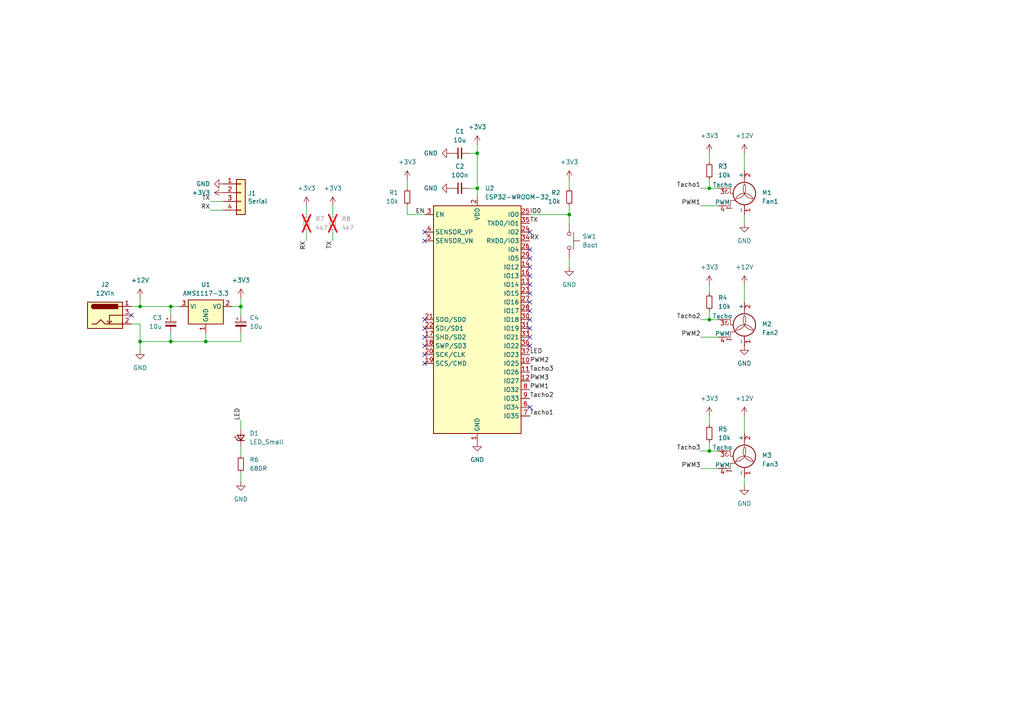
<source format=kicad_sch>
(kicad_sch (version 20231120) (generator "eeschema") (generator_version "8.0")
  (paper "A4")
  (title_block (title "ESPFanController") (date "${DATE}") (rev "${VERSION}") (company "Qetesh"))
  (lib_symbols
    (symbol "Connector:Barrel_Jack_Switch" (pin_names hide)
      (property "Reference" "J" (at 0 5.334 0))
      (property "Value" "Barrel_Jack_Switch" (at 0 -5.08 0))
      (symbol "Barrel_Jack_Switch_0_1"
        (rectangle (start -5.08 3.81) (end 5.08 -3.81) (stroke (width 0.254)) (fill (type background)))
        (arc (start -3.302 3.175) (mid -3.9343 2.54) (end -3.302 1.905) (stroke (width 0.254)))
        (arc (start -3.302 3.175) (mid -3.9343 2.54) (end -3.302 1.905) (stroke (width 0.254)) (fill (type outline)))
        (polyline (pts (xy 1.27 -2.286) (xy 1.905 -1.651)) (stroke (width 0.254)))
        (polyline (pts (xy 5.08 2.54) (xy 3.81 2.54)) (stroke (width 0.254)))
        (polyline (pts (xy 5.08 0) (xy 1.27 0) (xy 1.27 -2.286) (xy 0.635 -1.651)) (stroke (width 0.254)))
        (polyline (pts (xy -3.81 -2.54) (xy -2.54 -2.54) (xy -1.27 -1.27) (xy 0 -2.54) (xy 2.54 -2.54) (xy 5.08 -2.54)) (stroke (width 0.254)))
        (rectangle (start 3.683 3.175) (end -3.302 1.905) (stroke (width 0.254)) (fill (type outline)))
      )
      (symbol "Barrel_Jack_Switch_1_1"
        (pin passive line (at 7.62 2.54 180) (length 2.54) (name "~") (number "1"))
        (pin passive line (at 7.62 -2.54 180) (length 2.54) (name "~") (number "2"))
        (pin passive line (at 7.62 0 180) (length 2.54) (name "~") (number "3"))
      )
    )
    (symbol "Connector_Generic:Conn_01x04" (pin_names (offset 1.016) hide)
      (property "Reference" "J" (at 0 5.08 0))
      (property "Value" "Conn_01x04" (at 0 -7.62 0))
      (symbol "Conn_01x04_1_1"
        (rectangle (start -1.27 -4.953) (end 0 -5.207) (stroke (width 0.1524)))
        (rectangle (start -1.27 -2.413) (end 0 -2.667) (stroke (width 0.1524)))
        (rectangle (start -1.27 0.127) (end 0 -0.127) (stroke (width 0.1524)))
        (rectangle (start -1.27 2.667) (end 0 2.413) (stroke (width 0.1524)))
        (rectangle (start -1.27 3.81) (end 1.27 -6.35) (stroke (width 0.254)) (fill (type background)))
        (pin passive line (at -5.08 2.54 0) (length 3.81) (name "Pin_1") (number "1"))
        (pin passive line (at -5.08 0 0) (length 3.81) (name "Pin_2") (number "2"))
        (pin passive line (at -5.08 -2.54 0) (length 3.81) (name "Pin_3") (number "3"))
        (pin passive line (at -5.08 -5.08 0) (length 3.81) (name "Pin_4") (number "4"))
      )
    )
    (symbol "Device:C_Polarized_Small" (pin_numbers hide) (pin_names (offset 0.254) hide)
      (property "Reference" "C" (at 0.254 1.778 0))
      (property "Value" "C_Polarized_Small" (at 0.254 -2.032 0))
      (symbol "C_Polarized_Small_0_1"
        (rectangle (start -1.524 -0.3048) (end 1.524 -0.6858) (fill (type outline)))
        (rectangle (start -1.524 0.6858) (end 1.524 0.3048))
        (polyline (pts (xy -1.27 1.524) (xy -0.762 1.524)))
        (polyline (pts (xy -1.016 1.27) (xy -1.016 1.778)))
      )
      (symbol "C_Polarized_Small_1_1"
        (pin passive line (at 0 2.54 270) (length 1.8542) (name "~") (number "1"))
        (pin passive line (at 0 -2.54 90) (length 1.8542) (name "~") (number "2"))
      )
    )
    (symbol "Device:C_Small" (pin_numbers hide) (pin_names (offset 0.254) hide)
      (property "Reference" "C" (at 0.254 1.778 0))
      (property "Value" "C_Small" (at 0.254 -2.032 0))
      (symbol "C_Small_0_1"
        (polyline (pts (xy -1.524 -0.508) (xy 1.524 -0.508)) (stroke (width 0.3302)))
        (polyline (pts (xy -1.524 0.508) (xy 1.524 0.508)) (stroke (width 0.3048)))
      )
      (symbol "C_Small_1_1"
        (pin passive line (at 0 2.54 270) (length 2.032) (name "~") (number "1"))
        (pin passive line (at 0 -2.54 90) (length 2.032) (name "~") (number "2"))
      )
    )
    (symbol "Device:LED_Small" (pin_numbers hide) (pin_names (offset 0.254) hide)
      (property "Reference" "D" (at -1.27 3.175 0))
      (property "Value" "LED_Small" (at -4.445 -2.54 0))
      (symbol "LED_Small_0_1"
        (polyline (pts (xy -0.762 -1.016) (xy -0.762 1.016)) (stroke (width 0.254)))
        (polyline (pts (xy 1.016 0) (xy -0.762 0)))
        (polyline (pts (xy 0.762 -1.016) (xy -0.762 0) (xy 0.762 1.016) (xy 0.762 -1.016)) (stroke (width 0.254)))
        (polyline (pts (xy 0 0.762) (xy -0.508 1.27) (xy -0.254 1.27) (xy -0.508 1.27) (xy -0.508 1.016)))
        (polyline (pts (xy 0.508 1.27) (xy 0 1.778) (xy 0.254 1.778) (xy 0 1.778) (xy 0 1.524)))
      )
      (symbol "LED_Small_1_1"
        (pin passive line (at -2.54 0 0) (length 1.778) (name "K") (number "1"))
        (pin passive line (at 2.54 0 180) (length 1.778) (name "A") (number "2"))
      )
    )
    (symbol "Device:R_Small" (pin_numbers hide) (pin_names (offset 0.254) hide)
      (property "Reference" "R" (at 0.762 0.508 0))
      (property "Value" "R_Small" (at 0.762 -1.016 0))
      (symbol "R_Small_0_1"
        (rectangle (start -0.762 1.778) (end 0.762 -1.778) (stroke (width 0.2032)))
      )
      (symbol "R_Small_1_1"
        (pin passive line (at 0 2.54 270) (length 0.762) (name "~") (number "1"))
        (pin passive line (at 0 -2.54 90) (length 0.762) (name "~") (number "2"))
      )
    )
    (symbol "Motor:Fan_4pin" (pin_names (offset 0))
      (property "Reference" "M" (at 2.54 5.08 0))
      (property "Value" "Fan_4pin" (at 2.54 -2.54 0))
      (symbol "Fan_4pin_0_0"
        (arc (start -5.588 1.524) (mid -5.08 1.0182) (end -4.572 1.524))
        (arc (start -5.08 2.032) (mid -5.4392 1.8832) (end -5.588 1.524))
        (polyline (pts (xy -5.08 2.032) (xy -5.334 2.159)))
        (polyline (pts (xy -5.08 2.032) (xy -5.207 1.778)))
        (polyline (pts (xy -4.064 2.54) (xy -4.064 1.016) (xy -3.302 1.016)))
      )
      (symbol "Fan_4pin_0_1"
        (arc (start -2.54 -0.508) (mid 0.0028 0.9121) (end 0 3.81))
        (polyline (pts (xy -4.064 2.54) (xy -5.08 2.54)))
        (polyline (pts (xy 0 -5.08) (xy 0 -4.572)))
        (polyline (pts (xy 0 -2.2352) (xy 0 -2.6416)))
        (polyline (pts (xy 0 4.2672) (xy 0 4.6228)))
        (polyline (pts (xy 0 4.572) (xy 0 5.08)))
        (polyline (pts (xy -2.54 -1.016) (xy -4.064 -1.016) (xy -4.064 -2.54) (xy -5.08 -2.54)))
        (polyline (pts (xy -5.334 -3.302) (xy -5.08 -3.302) (xy -5.08 -3.048) (xy -4.826 -3.048) (xy -4.826 -3.302) (xy -4.318 -3.302) (xy -4.318 -3.048) (xy -4.064 -3.048) (xy -4.064 -3.302) (xy -3.556 -3.302)))
        (circle (center 0 1.016) (radius 3.2512) (stroke (width 0.254)))
        (arc (start 0 3.81) (mid 0.053 0.921) (end 2.54 -0.508))
        (arc (start 2.54 -0.508) (mid 0 1.0618) (end -2.54 -0.508))
      )
      (symbol "Fan_4pin_1_1"
        (pin passive line (at 0 -5.08 90) (length 2.54) (name "-") (number "1"))
        (pin passive line (at 0 7.62 270) (length 2.54) (name "+") (number "2"))
        (pin passive line (at -7.62 2.54 0) (length 2.54) (name "Tacho") (number "3"))
        (pin input line (at -7.62 -2.54 0) (length 2.54) (name "PWM") (number "4"))
      )
    )
    (symbol "RF_Module:ESP32-WROOM-32"
      (property "Reference" "U" (at -12.7 34.29 0))
      (property "Value" "ESP32-WROOM-32" (at 1.27 34.29 0))
      (symbol "ESP32-WROOM-32_0_1"
        (rectangle (start -12.7 33.02) (end 12.7 -33.02) (stroke (width 0.254)) (fill (type background)))
      )
      (symbol "ESP32-WROOM-32_1_1"
        (pin power_in line (at 0 -35.56 90) (length 2.54) (name "GND") (number "1"))
        (pin bidirectional line (at 15.24 -12.7 180) (length 2.54) (name "IO25") (number "10"))
        (pin bidirectional line (at 15.24 -15.24 180) (length 2.54) (name "IO26") (number "11"))
        (pin bidirectional line (at 15.24 -17.78 180) (length 2.54) (name "IO27") (number "12"))
        (pin bidirectional line (at 15.24 10.16 180) (length 2.54) (name "IO14") (number "13"))
        (pin bidirectional line (at 15.24 15.24 180) (length 2.54) (name "IO12") (number "14"))
        (pin passive line (at 0 -35.56 90) (length 2.54) hide (name "GND") (number "15"))
        (pin bidirectional line (at 15.24 12.7 180) (length 2.54) (name "IO13") (number "16"))
        (pin bidirectional line (at -15.24 -5.08 0) (length 2.54) (name "SHD/SD2") (number "17"))
        (pin bidirectional line (at -15.24 -7.62 0) (length 2.54) (name "SWP/SD3") (number "18"))
        (pin bidirectional line (at -15.24 -12.7 0) (length 2.54) (name "SCS/CMD") (number "19"))
        (pin power_in line (at 0 35.56 270) (length 2.54) (name "VDD") (number "2"))
        (pin bidirectional line (at -15.24 -10.16 0) (length 2.54) (name "SCK/CLK") (number "20"))
        (pin bidirectional line (at -15.24 0 0) (length 2.54) (name "SDO/SD0") (number "21"))
        (pin bidirectional line (at -15.24 -2.54 0) (length 2.54) (name "SDI/SD1") (number "22"))
        (pin bidirectional line (at 15.24 7.62 180) (length 2.54) (name "IO15") (number "23"))
        (pin bidirectional line (at 15.24 25.4 180) (length 2.54) (name "IO2") (number "24"))
        (pin bidirectional line (at 15.24 30.48 180) (length 2.54) (name "IO0") (number "25"))
        (pin bidirectional line (at 15.24 20.32 180) (length 2.54) (name "IO4") (number "26"))
        (pin bidirectional line (at 15.24 5.08 180) (length 2.54) (name "IO16") (number "27"))
        (pin bidirectional line (at 15.24 2.54 180) (length 2.54) (name "IO17") (number "28"))
        (pin bidirectional line (at 15.24 17.78 180) (length 2.54) (name "IO5") (number "29"))
        (pin input line (at -15.24 30.48 0) (length 2.54) (name "EN") (number "3"))
        (pin bidirectional line (at 15.24 0 180) (length 2.54) (name "IO18") (number "30"))
        (pin bidirectional line (at 15.24 -2.54 180) (length 2.54) (name "IO19") (number "31"))
        (pin no_connect line (at -12.7 -27.94 0) (length 2.54) hide (name "NC") (number "32"))
        (pin bidirectional line (at 15.24 -5.08 180) (length 2.54) (name "IO21") (number "33"))
        (pin bidirectional line (at 15.24 22.86 180) (length 2.54) (name "RXD0/IO3") (number "34"))
        (pin bidirectional line (at 15.24 27.94 180) (length 2.54) (name "TXD0/IO1") (number "35"))
        (pin bidirectional line (at 15.24 -7.62 180) (length 2.54) (name "IO22") (number "36"))
        (pin bidirectional line (at 15.24 -10.16 180) (length 2.54) (name "IO23") (number "37"))
        (pin passive line (at 0 -35.56 90) (length 2.54) hide (name "GND") (number "38"))
        (pin passive line (at 0 -35.56 90) (length 2.54) hide (name "GND") (number "39"))
        (pin input line (at -15.24 25.4 0) (length 2.54) (name "SENSOR_VP") (number "4"))
        (pin input line (at -15.24 22.86 0) (length 2.54) (name "SENSOR_VN") (number "5"))
        (pin input line (at 15.24 -25.4 180) (length 2.54) (name "IO34") (number "6"))
        (pin input line (at 15.24 -27.94 180) (length 2.54) (name "IO35") (number "7"))
        (pin bidirectional line (at 15.24 -20.32 180) (length 2.54) (name "IO32") (number "8"))
        (pin bidirectional line (at 15.24 -22.86 180) (length 2.54) (name "IO33") (number "9"))
      )
    )
    (symbol "Regulator_Linear:AMS1117-3.3"
      (property "Reference" "U" (at -3.81 3.175 0))
      (property "Value" "AMS1117-3.3" (at 0 3.175 0))
      (symbol "AMS1117-3.3_0_1"
        (rectangle (start -5.08 -5.08) (end 5.08 1.905) (stroke (width 0.254)) (fill (type background)))
      )
      (symbol "AMS1117-3.3_1_1"
        (pin power_in line (at 0 -7.62 90) (length 2.54) (name "GND") (number "1"))
        (pin power_out line (at 7.62 0 180) (length 2.54) (name "VO") (number "2"))
        (pin power_in line (at -7.62 0 0) (length 2.54) (name "VI") (number "3"))
      )
    )
    (symbol "Switch:SW_Push" (pin_numbers hide) (pin_names (offset 1.016) hide)
      (property "Reference" "SW" (at 1.27 2.54 0))
      (property "Value" "SW_Push" (at 0 -1.524 0))
      (symbol "SW_Push_0_1"
        (circle (center -2.032 0) (radius 0.508))
        (polyline (pts (xy 0 1.27) (xy 0 3.048)))
        (polyline (pts (xy 2.54 1.27) (xy -2.54 1.27)))
        (circle (center 2.032 0) (radius 0.508))
        (pin passive line (at -5.08 0 0) (length 2.54) (name "1") (number "1"))
        (pin passive line (at 5.08 0 180) (length 2.54) (name "2") (number "2"))
      )
    )
    (symbol "power:+12V" (power) (pin_numbers hide) (pin_names (offset 0) hide)
      (property "Value" "+12V" (at 0 3.556 0))
      (symbol "+12V_0_1"
        (polyline (pts (xy -0.762 1.27) (xy 0 2.54)))
        (polyline (pts (xy 0 0) (xy 0 2.54)))
        (polyline (pts (xy 0 2.54) (xy 0.762 1.27)))
      )
      (symbol "+12V_1_1"
        (pin power_in line (at 0 0 90) (length 0) (name "~") (number "1"))
      )
    )
    (symbol "power:+3V3" (power) (pin_numbers hide) (pin_names (offset 0) hide)
      (property "Value" "+3V3" (at 0 3.556 0))
      (symbol "+3V3_0_1"
        (polyline (pts (xy -0.762 1.27) (xy 0 2.54)))
        (polyline (pts (xy 0 0) (xy 0 2.54)))
        (polyline (pts (xy 0 2.54) (xy 0.762 1.27)))
      )
      (symbol "+3V3_1_1"
        (pin power_in line (at 0 0 90) (length 0) (name "~") (number "1"))
      )
    )
    (symbol "power:GND" (power) (pin_numbers hide) (pin_names (offset 0) hide)
      (property "Value" "GND" (at 0 -3.81 0))
      (symbol "GND_0_1"
        (polyline (pts (xy 0 0) (xy 0 -1.27) (xy 1.27 -1.27) (xy 0 -2.54) (xy -1.27 -1.27) (xy 0 -1.27)))
      )
      (symbol "GND_1_1"
        (pin power_in line (at 0 0 270) (length 0) (name "~") (number "1"))
      )
    )
    (symbol "power:PWR_FLAG" (power) (pin_numbers hide) (pin_names (offset 0) hide)
      (property "Value" "PWR_FLAG" (at 0 3.81 0))
      (symbol "PWR_FLAG_0_0"
        (pin power_out line (at 0 0 90) (length 0) (name "~") (number "1"))
      )
      (symbol "PWR_FLAG_0_1"
        (polyline (pts (xy 0 0) (xy 0 1.27) (xy -1.016 1.905) (xy 0 2.54) (xy 1.016 1.905) (xy 0 1.27)))
      )
    )
  )
  (junction (at 49.53 88.9))
  (junction (at 205.74 54.61))
  (junction (at 165.1 62.23))
  (junction (at 138.43 54.61))
  (junction (at 49.53 99.06))
  (junction (at 205.74 92.71))
  (junction (at 138.43 44.45))
  (junction (at 40.64 88.9))
  (junction (at 205.74 130.81))
  (junction (at 59.69 99.06))
  (junction (at 40.64 99.06))
  (junction (at 69.85 88.9))
  (no_connect (at 123.19 95.25))
  (no_connect (at 153.67 67.31))
  (no_connect (at 153.67 118.11))
  (no_connect (at 153.67 77.47))
  (no_connect (at 153.67 85.09))
  (no_connect (at 153.67 97.79))
  (no_connect (at 123.19 69.85))
  (no_connect (at 153.67 90.17))
  (no_connect (at 153.67 72.39))
  (no_connect (at 123.19 92.71))
  (no_connect (at 123.19 67.31))
  (no_connect (at 153.67 92.71))
  (no_connect (at 153.67 82.55))
  (no_connect (at 153.67 87.63))
  (no_connect (at 153.67 80.01))
  (no_connect (at 153.67 95.25))
  (no_connect (at 123.19 100.33))
  (no_connect (at 123.19 105.41))
  (no_connect (at 123.19 102.87))
  (no_connect (at 153.67 74.93))
  (no_connect (at 153.67 100.33))
  (no_connect (at 123.19 97.79))
  (no_connect (at 38.1 91.44))
  (wire (pts (xy 60.96 58.42) (xy 64.77 58.42)))
  (wire (pts (xy 215.9 120.65) (xy 215.9 125.73)))
  (wire (pts (xy 88.9 67.31) (xy 88.9 69.85)))
  (wire (pts (xy 203.2 92.71) (xy 205.74 92.71)))
  (wire (pts (xy 96.52 67.31) (xy 96.52 69.85)))
  (wire (pts (xy 88.9 59.69) (xy 88.9 62.23)))
  (wire (pts (xy 60.96 60.96) (xy 64.77 60.96)))
  (wire (pts (xy 69.85 88.9) (xy 67.31 88.9)))
  (wire (pts (xy 205.74 90.17) (xy 205.74 92.71)))
  (wire (pts (xy 205.74 44.45) (xy 205.74 46.99)))
  (wire (pts (xy 165.1 59.69) (xy 165.1 62.23)))
  (wire (pts (xy 38.1 88.9) (xy 40.64 88.9)))
  (wire (pts (xy 205.74 130.81) (xy 208.28 130.81)))
  (wire (pts (xy 203.2 97.79) (xy 208.28 97.79)))
  (wire (pts (xy 40.64 99.06) (xy 40.64 93.98)))
  (wire (pts (xy 59.69 99.06) (xy 49.53 99.06)))
  (wire (pts (xy 40.64 86.36) (xy 40.64 88.9)))
  (wire (pts (xy 215.9 82.55) (xy 215.9 87.63)))
  (wire (pts (xy 205.74 123.19) (xy 205.74 120.65)))
  (wire (pts (xy 215.9 44.45) (xy 215.9 49.53)))
  (wire (pts (xy 118.11 59.69) (xy 118.11 62.23)))
  (wire (pts (xy 49.53 88.9) (xy 49.53 91.44)))
  (wire (pts (xy 215.9 64.77) (xy 215.9 62.23)))
  (wire (pts (xy 165.1 62.23) (xy 153.67 62.23)))
  (wire (pts (xy 205.74 128.27) (xy 205.74 130.81)))
  (wire (pts (xy 135.89 44.45) (xy 138.43 44.45)))
  (wire (pts (xy 165.1 52.07) (xy 165.1 54.61)))
  (wire (pts (xy 118.11 62.23) (xy 123.19 62.23)))
  (wire (pts (xy 69.85 129.54) (xy 69.85 132.08)))
  (wire (pts (xy 49.53 96.52) (xy 49.53 99.06)))
  (wire (pts (xy 69.85 91.44) (xy 69.85 88.9)))
  (wire (pts (xy 138.43 44.45) (xy 138.43 54.61)))
  (wire (pts (xy 59.69 96.52) (xy 59.69 99.06)))
  (wire (pts (xy 40.64 88.9) (xy 49.53 88.9)))
  (wire (pts (xy 205.74 54.61) (xy 208.28 54.61)))
  (wire (pts (xy 205.74 82.55) (xy 205.74 85.09)))
  (wire (pts (xy 96.52 59.69) (xy 96.52 62.23)))
  (wire (pts (xy 118.11 52.07) (xy 118.11 54.61)))
  (wire (pts (xy 69.85 137.16) (xy 69.85 139.7)))
  (wire (pts (xy 40.64 99.06) (xy 49.53 99.06)))
  (wire (pts (xy 49.53 88.9) (xy 52.07 88.9)))
  (wire (pts (xy 69.85 86.36) (xy 69.85 88.9)))
  (wire (pts (xy 138.43 54.61) (xy 138.43 57.15)))
  (wire (pts (xy 69.85 121.92) (xy 69.85 124.46)))
  (wire (pts (xy 135.89 54.61) (xy 138.43 54.61)))
  (wire (pts (xy 205.74 92.71) (xy 208.28 92.71)))
  (wire (pts (xy 203.2 135.89) (xy 208.28 135.89)))
  (wire (pts (xy 215.9 140.97) (xy 215.9 138.43)))
  (wire (pts (xy 165.1 64.77) (xy 165.1 62.23)))
  (wire (pts (xy 40.64 93.98) (xy 38.1 93.98)))
  (wire (pts (xy 203.2 54.61) (xy 205.74 54.61)))
  (wire (pts (xy 69.85 96.52) (xy 69.85 99.06)))
  (wire (pts (xy 205.74 52.07) (xy 205.74 54.61)))
  (wire (pts (xy 69.85 99.06) (xy 59.69 99.06)))
  (wire (pts (xy 40.64 101.6) (xy 40.64 99.06)))
  (wire (pts (xy 203.2 130.81) (xy 205.74 130.81)))
  (wire (pts (xy 203.2 59.69) (xy 208.28 59.69)))
  (wire (pts (xy 138.43 41.91) (xy 138.43 44.45)))
  (wire (pts (xy 165.1 77.47) (xy 165.1 74.93)))
  (label "IO0" (at 153.67 62.23 0))
  (label "PWM1" (at 203.2 59.69 180))
  (label "Tacho3" (at 203.2 130.81 180))
  (label "EN" (at 123.19 62.23 180))
  (label "RX" (at 88.9 69.85 270))
  (label "PWM2" (at 153.67 105.41 0))
  (label "Tacho2" (at 203.2 92.71 180))
  (label "PWM2" (at 203.2 97.79 180))
  (label "RX" (at 60.96 60.96 180))
  (label "Tacho1" (at 153.67 120.65 0))
  (label "TX" (at 96.52 69.85 270))
  (label "LED" (at 153.67 102.87 0))
  (label "TX" (at 60.96 58.42 180))
  (label "PWM1" (at 153.67 113.03 0))
  (label "PWM3" (at 203.2 135.89 180))
  (label "RX" (at 153.67 69.85 0))
  (label "TX" (at 153.67 64.77 0))
  (label "LED" (at 69.85 121.92 90))
  (label "Tacho3" (at 153.67 107.95 0))
  (label "PWM3" (at 153.67 110.49 0))
  (label "Tacho2" (at 153.67 115.57 0))
  (label "Tacho1" (at 203.2 54.61 180))
  (symbol (lib_id "power:PWR_FLAG") (at -21.59 180.34 0) (unit 1)
    (property "Reference" "#FLG01" (effects (hide yes)))
    (property "Value" "PWR_FLAG" (at -21.59 175.26 0))
    (property "Description" "Special symbol for telling ERC where power comes from" (effects (hide yes)))
  )
  (symbol (lib_id "Device:R_Small") (at 165.1 57.15 0) (unit 1)
    (property "Reference" "R2" (at 162.56 55.8799 0) (effects (justify right)))
    (property "Value" "10k" (at 162.56 58.4199 0) (effects (justify right)))
    (property "Footprint" "Resistor_SMD:R_0402_1005Metric" (effects (hide yes)))
    (property "Description" "Resistor, small symbol" (effects (hide yes)))
  )
  (symbol (lib_id "Device:C_Small") (at 133.35 54.61 90) (unit 1)
    (property "Reference" "C2" (at 133.3563 48.26 90))
    (property "Value" "100n" (at 133.3563 50.8 90))
    (property "Footprint" "Capacitor_SMD:C_0402_1005Metric" (effects (hide yes)))
    (property "Description" "Unpolarized capacitor, small symbol" (effects (hide yes)))
  )
  (symbol (lib_id "Motor:Fan_4pin") (at 215.9 133.35 0) (unit 1)
    (property "Reference" "M3" (at 220.98 132.0799 0) (effects (justify left)))
    (property "Value" "Fan3" (at 220.98 134.6199 0) (effects (justify left)))
    (property "Footprint" "Connector:FanPinHeader_1x04_P2.54mm_Vertical" (effects (hide yes)))
    (property "Datasheet" "http://www.formfactors.org/developer%5Cspecs%5Crev1_2_public.pdf" (effects (hide yes)))
    (property "Description" "Fan, tacho output, PWM input, 4-pin connector" (effects (hide yes)))
  )
  (symbol (lib_id "Connector:Barrel_Jack_Switch") (at 30.48 91.44 0) (unit 1)
    (property "Reference" "J2" (at 30.48 82.55 0))
    (property "Value" "12Vin" (at 30.48 85.09 0))
    (property "Footprint" "Connector_BarrelJack:BarrelJack_Horizontal" (effects (hide yes)))
    (property "Description" "DC Barrel Jack with an internal switch" (effects (hide yes)))
  )
  (symbol (lib_id "Device:C_Small") (at 133.35 44.45 90) (unit 1)
    (property "Reference" "C1" (at 133.3563 38.1 90))
    (property "Value" "10u" (at 133.3563 40.64 90))
    (property "Footprint" "Capacitor_SMD:C_0402_1005Metric" (effects (hide yes)))
    (property "Description" "Unpolarized capacitor, small symbol" (effects (hide yes)))
  )
  (symbol (lib_id "Switch:SW_Push") (at 165.1 69.85 270) (mirror x) (unit 1)
    (property "Reference" "SW1" (at 168.91 68.5799 90) (effects (justify left)))
    (property "Value" "Boot" (at 168.91 71.1199 90) (effects (justify left)))
    (property "Footprint" "Button_Switch_SMD:SW_Push_1P1T_XKB_TS-1187A" (effects (hide yes)))
    (property "Description" "Push button switch, generic, two pins" (effects (hide yes)))
  )
  (symbol (lib_id "power:+12V") (at 215.9 82.55 0) (unit 1)
    (property "Reference" "#PWR015" (effects (hide yes)))
    (property "Value" "+12V" (at 215.9 77.47 0))
    (property "Description" "Power symbol creates a global label with name \"+12V\"" (effects (hide yes)))
  )
  (symbol (lib_id "Device:R_Small") (at 88.9 64.77 0) (unit 1) (dnp yes)
    (property "Reference" "R7" (at 91.44 63.4999 0) (effects (justify left)))
    (property "Value" "4k7" (at 91.44 66.0399 0) (effects (justify left)))
    (property "Footprint" "Resistor_SMD:R_0402_1005Metric_Pad0.72x0.64mm_HandSolder" (effects (hide yes)))
    (property "Description" "Resistor, small symbol" (effects (hide yes)))
  )
  (symbol (lib_id "Device:R_Small") (at 205.74 125.73 0) (unit 1)
    (property "Reference" "R5" (at 208.28 124.4599 0) (effects (justify left)))
    (property "Value" "10k" (at 208.28 126.9999 0) (effects (justify left)))
    (property "Footprint" "Resistor_SMD:R_0402_1005Metric" (effects (hide yes)))
    (property "Description" "Resistor, small symbol" (effects (hide yes)))
  )
  (symbol (lib_id "power:GND") (at 130.81 54.61 270) (unit 1)
    (property "Reference" "#PWR06" (effects (hide yes)))
    (property "Value" "GND" (at 127 54.6099 90) (effects (justify right)))
    (property "Description" "Power symbol creates a global label with name \"GND\" , ground" (effects (hide yes)))
  )
  (symbol (lib_id "Motor:Fan_4pin") (at 215.9 57.15 0) (unit 1)
    (property "Reference" "M1" (at 220.98 55.8799 0) (effects (justify left)))
    (property "Value" "Fan1" (at 220.98 58.4199 0) (effects (justify left)))
    (property "Footprint" "Connector:FanPinHeader_1x04_P2.54mm_Vertical" (effects (hide yes)))
    (property "Datasheet" "http://www.formfactors.org/developer%5Cspecs%5Crev1_2_public.pdf" (effects (hide yes)))
    (property "Description" "Fan, tacho output, PWM input, 4-pin connector" (effects (hide yes)))
  )
  (symbol (lib_id "power:PWR_FLAG") (at -21.59 165.1 180) (unit 1)
    (property "Reference" "#FLG02" (effects (hide yes)))
    (property "Value" "PWR_FLAG" (at -21.59 170.18 0))
    (property "Description" "Special symbol for telling ERC where power comes from" (effects (hide yes)))
  )
  (symbol (lib_id "power:+12V") (at 215.9 44.45 0) (unit 1)
    (property "Reference" "#PWR09" (effects (hide yes)))
    (property "Value" "+12V" (at 215.9 39.37 0))
    (property "Description" "Power symbol creates a global label with name \"+12V\"" (effects (hide yes)))
  )
  (symbol (lib_id "Device:R_Small") (at 118.11 57.15 0) (unit 1)
    (property "Reference" "R1" (at 115.57 55.8799 0) (effects (justify right)))
    (property "Value" "10k" (at 115.57 58.4199 0) (effects (justify right)))
    (property "Footprint" "Resistor_SMD:R_0402_1005Metric" (effects (hide yes)))
    (property "Description" "Resistor, small symbol" (effects (hide yes)))
  )
  (symbol (lib_id "Device:R_Small") (at 205.74 49.53 0) (unit 1)
    (property "Reference" "R3" (at 208.28 48.2599 0) (effects (justify left)))
    (property "Value" "10k" (at 208.28 50.7999 0) (effects (justify left)))
    (property "Footprint" "Resistor_SMD:R_0402_1005Metric" (effects (hide yes)))
    (property "Description" "Resistor, small symbol" (effects (hide yes)))
  )
  (symbol (lib_id "Device:C_Polarized_Small") (at 69.85 93.98 0) (unit 1)
    (property "Reference" "C4" (at 72.39 92.1638 0) (effects (justify left)))
    (property "Value" "10u" (at 72.39 94.7038 0) (effects (justify left)))
    (property "Footprint" "Capacitor_Tantalum_SMD:CP_EIA-3216-18_Kemet-A" (effects (hide yes)))
    (property "Description" "Polarized capacitor, small symbol" (effects (hide yes)))
  )
  (symbol (lib_id "power:GND") (at 165.1 77.47 0) (unit 1)
    (property "Reference" "#PWR010" (effects (hide yes)))
    (property "Value" "GND" (at 165.1 82.55 0))
    (property "Description" "Power symbol creates a global label with name \"GND\" , ground" (effects (hide yes)))
  )
  (symbol (lib_id "power:+12V") (at -21.59 165.1 0) (unit 1)
    (property "Reference" "#PWR025" (effects (hide yes)))
    (property "Value" "+12V" (at -21.59 160.02 0))
    (property "Description" "Power symbol creates a global label with name \"+12V\"" (effects (hide yes)))
  )
  (symbol (lib_id "power:GND") (at 215.9 100.33 0) (unit 1)
    (property "Reference" "#PWR017" (effects (hide yes)))
    (property "Value" "GND" (at 215.9 105.41 0))
    (property "Description" "Power symbol creates a global label with name \"GND\" , ground" (effects (hide yes)))
  )
  (symbol (lib_id "Motor:Fan_4pin") (at 215.9 95.25 0) (unit 1)
    (property "Reference" "M2" (at 220.98 93.9799 0) (effects (justify left)))
    (property "Value" "Fan2" (at 220.98 96.5199 0) (effects (justify left)))
    (property "Footprint" "Connector:FanPinHeader_1x04_P2.54mm_Vertical" (effects (hide yes)))
    (property "Datasheet" "http://www.formfactors.org/developer%5Cspecs%5Crev1_2_public.pdf" (effects (hide yes)))
    (property "Description" "Fan, tacho output, PWM input, 4-pin connector" (effects (hide yes)))
  )
  (symbol (lib_id "power:GND") (at 215.9 64.77 0) (unit 1)
    (property "Reference" "#PWR011" (effects (hide yes)))
    (property "Value" "GND" (at 215.9 69.85 0))
    (property "Description" "Power symbol creates a global label with name \"GND\" , ground" (effects (hide yes)))
  )
  (symbol (lib_id "Regulator_Linear:AMS1117-3.3") (at 59.69 88.9 0) (unit 1)
    (property "Reference" "U1" (at 59.69 82.55 0))
    (property "Value" "AMS1117-3.3" (at 59.69 85.09 0))
    (property "Footprint" "Package_TO_SOT_SMD:SOT-223-3_TabPin2" (effects (hide yes)))
    (property "Datasheet" "http://www.advanced-monolithic.com/pdf/ds1117.pdf" (effects (hide yes)))
    (property "Description" "1A Low Dropout regulator, positive, 3.3V fixed output, SOT-223" (effects (hide yes)))
  )
  (symbol (lib_id "power:GND") (at 215.9 140.97 0) (unit 1)
    (property "Reference" "#PWR021" (effects (hide yes)))
    (property "Value" "GND" (at 215.9 146.05 0))
    (property "Description" "Power symbol creates a global label with name \"GND\" , ground" (effects (hide yes)))
  )
  (symbol (lib_id "power:+12V") (at 40.64 86.36 0) (unit 1)
    (property "Reference" "#PWR012" (effects (hide yes)))
    (property "Value" "+12V" (at 40.64 81.28 0))
    (property "Description" "Power symbol creates a global label with name \"+12V\"" (effects (hide yes)))
  )
  (symbol (lib_id "power:+3V3") (at 88.9 59.69 0) (unit 1)
    (property "Reference" "#PWR023" (effects (hide yes)))
    (property "Value" "+3V3" (at 88.9 54.61 0))
    (property "Description" "Power symbol creates a global label with name \"+3V3\"" (effects (hide yes)))
  )
  (symbol (lib_id "power:+3V3") (at 96.52 59.69 0) (unit 1)
    (property "Reference" "#PWR024" (effects (hide yes)))
    (property "Value" "+3V3" (at 96.52 54.61 0))
    (property "Description" "Power symbol creates a global label with name \"+3V3\"" (effects (hide yes)))
  )
  (symbol (lib_id "Device:R_Small") (at 69.85 134.62 0) (unit 1)
    (property "Reference" "R6" (at 72.39 133.3499 0) (effects (justify left)))
    (property "Value" "680R" (at 72.39 135.8899 0) (effects (justify left)))
    (property "Footprint" "Resistor_SMD:R_0402_1005Metric" (effects (hide yes)))
    (property "Description" "Resistor, small symbol" (effects (hide yes)))
  )
  (symbol (lib_id "Device:C_Polarized_Small") (at 49.53 93.98 0) (unit 1)
    (property "Reference" "C3" (at 46.99 92.1638 0) (effects (justify right)))
    (property "Value" "10u" (at 46.99 94.7038 0) (effects (justify right)))
    (property "Footprint" "Capacitor_Tantalum_SMD:CP_EIA-3216-18_Kemet-A" (effects (hide yes)))
    (property "Description" "Polarized capacitor, small symbol" (effects (hide yes)))
  )
  (symbol (lib_id "power:+3V3") (at 205.74 82.55 0) (unit 1)
    (property "Reference" "#PWR014" (effects (hide yes)))
    (property "Value" "+3V3" (at 205.74 77.47 0))
    (property "Description" "Power symbol creates a global label with name \"+3V3\"" (effects (hide yes)))
  )
  (symbol (lib_id "power:GND") (at 64.77 53.34 270) (unit 1)
    (property "Reference" "#PWR05" (effects (hide yes)))
    (property "Value" "GND" (at 60.96 53.3399 90) (effects (justify right)))
    (property "Description" "Power symbol creates a global label with name \"GND\" , ground" (effects (hide yes)))
  )
  (symbol (lib_id "power:+3V3") (at 118.11 52.07 0) (unit 1)
    (property "Reference" "#PWR03" (effects (hide yes)))
    (property "Value" "+3V3" (at 118.11 46.99 0))
    (property "Description" "Power symbol creates a global label with name \"+3V3\"" (effects (hide yes)))
  )
  (symbol (lib_id "power:+3V3") (at 69.85 86.36 0) (unit 1)
    (property "Reference" "#PWR013" (effects (hide yes)))
    (property "Value" "+3V3" (at 69.85 81.28 0))
    (property "Description" "Power symbol creates a global label with name \"+3V3\"" (effects (hide yes)))
  )
  (symbol (lib_id "power:GND") (at 130.81 44.45 270) (unit 1)
    (property "Reference" "#PWR02" (effects (hide yes)))
    (property "Value" "GND" (at 127 44.4499 90) (effects (justify right)))
    (property "Description" "Power symbol creates a global label with name \"GND\" , ground" (effects (hide yes)))
  )
  (symbol (lib_id "power:+3V3") (at 205.74 120.65 0) (unit 1)
    (property "Reference" "#PWR018" (effects (hide yes)))
    (property "Value" "+3V3" (at 205.74 115.57 0))
    (property "Description" "Power symbol creates a global label with name \"+3V3\"" (effects (hide yes)))
  )
  (symbol (lib_id "power:GND") (at 40.64 101.6 0) (unit 1)
    (property "Reference" "#PWR016" (effects (hide yes)))
    (property "Value" "GND" (at 40.64 106.68 0))
    (property "Description" "Power symbol creates a global label with name \"GND\" , ground" (effects (hide yes)))
  )
  (symbol (lib_id "power:+3V3") (at 138.43 41.91 0) (unit 1)
    (property "Reference" "#PWR01" (effects (hide yes)))
    (property "Value" "+3V3" (at 138.43 36.83 0))
    (property "Description" "Power symbol creates a global label with name \"+3V3\"" (effects (hide yes)))
  )
  (symbol (lib_id "Device:R_Small") (at 96.52 64.77 0) (unit 1) (dnp yes)
    (property "Reference" "R8" (at 99.06 63.4999 0) (effects (justify left)))
    (property "Value" "4k7" (at 99.06 66.0399 0) (effects (justify left)))
    (property "Footprint" "Resistor_SMD:R_0402_1005Metric_Pad0.72x0.64mm_HandSolder" (effects (hide yes)))
    (property "Description" "Resistor, small symbol" (effects (hide yes)))
  )
  (symbol (lib_id "power:+3V3") (at 165.1 52.07 0) (unit 1)
    (property "Reference" "#PWR04" (effects (hide yes)))
    (property "Value" "+3V3" (at 165.1 46.99 0))
    (property "Description" "Power symbol creates a global label with name \"+3V3\"" (effects (hide yes)))
  )
  (symbol (lib_id "power:GND") (at 69.85 139.7 0) (unit 1)
    (property "Reference" "#PWR022" (effects (hide yes)))
    (property "Value" "GND" (at 69.85 144.78 0))
    (property "Description" "Power symbol creates a global label with name \"GND\" , ground" (effects (hide yes)))
  )
  (symbol (lib_id "Connector_Generic:Conn_01x04") (at 69.85 55.88 0) (unit 1)
    (property "Reference" "J1" (at 71.882 56.0832 0) (effects (justify left)))
    (property "Value" "Serial" (at 71.882 58.3946 0) (effects (justify left)))
    (property "Footprint" "Connector_JST:JST_PH_B4B-PH-K_1x04_P2.00mm_Vertical" (effects (hide yes)))
    (property "Description" "Generic connector, single row, 01x04, script generated (kicad-library-utils/schlib/autogen/connector/)" (effects (hide yes)))
  )
  (symbol (lib_id "RF_Module:ESP32-WROOM-32") (at 138.43 92.71 0) (unit 1)
    (property "Reference" "U2" (at 140.6241 54.61 0) (effects (justify left)))
    (property "Value" "ESP32-WROOM-32" (at 140.6241 57.15 0) (effects (justify left)))
    (property "Footprint" "RF_Module:ESP32-WROOM-32" (effects (hide yes)))
    (property "Datasheet" "https://www.espressif.com/sites/default/files/documentation/esp32-wroom-32_datasheet_en.pdf" (effects (hide yes)))
    (property "Description" "RF Module, ESP32-D0WDQ6 SoC, Wi-Fi 802.11b/g/n, Bluetooth, BLE, 32-bit, 2.7-3.6V, onboard antenna, SMD" (effects (hide yes)))
  )
  (symbol (lib_id "power:+3V3") (at 205.74 44.45 0) (unit 1)
    (property "Reference" "#PWR08" (effects (hide yes)))
    (property "Value" "+3V3" (at 205.74 39.37 0))
    (property "Description" "Power symbol creates a global label with name \"+3V3\"" (effects (hide yes)))
  )
  (symbol (lib_id "power:+3V3") (at 64.77 55.88 90) (unit 1)
    (property "Reference" "#PWR07" (effects (hide yes)))
    (property "Value" "+3V3" (at 60.96 55.8799 90) (effects (justify left)))
    (property "Description" "Power symbol creates a global label with name \"+3V3\"" (effects (hide yes)))
  )
  (symbol (lib_id "Device:LED_Small") (at 69.85 127 90) (unit 1)
    (property "Reference" "D1" (at 72.39 125.6664 90) (effects (justify right)))
    (property "Value" "LED_Small" (at 72.39 128.2064 90) (effects (justify right)))
    (property "Footprint" "LED_SMD:LED_0603_1608Metric" (effects (hide yes)))
    (property "Description" "Light emitting diode, small symbol" (effects (hide yes)))
  )
  (symbol (lib_id "power:GND") (at 138.43 128.27 0) (unit 1)
    (property "Reference" "#PWR020" (effects (hide yes)))
    (property "Value" "GND" (at 138.43 133.35 0))
    (property "Description" "Power symbol creates a global label with name \"GND\" , ground" (effects (hide yes)))
  )
  (symbol (lib_id "power:+12V") (at 215.9 120.65 0) (unit 1)
    (property "Reference" "#PWR019" (effects (hide yes)))
    (property "Value" "+12V" (at 215.9 115.57 0))
    (property "Description" "Power symbol creates a global label with name \"+12V\"" (effects (hide yes)))
  )
  (symbol (lib_id "Device:R_Small") (at 205.74 87.63 0) (unit 1)
    (property "Reference" "R4" (at 208.28 86.3599 0) (effects (justify left)))
    (property "Value" "10k" (at 208.28 88.8999 0) (effects (justify left)))
    (property "Footprint" "Resistor_SMD:R_0402_1005Metric" (effects (hide yes)))
    (property "Description" "Resistor, small symbol" (effects (hide yes)))
  )
  (symbol (lib_id "power:GND") (at -21.59 180.34 0) (unit 1)
    (property "Reference" "#PWR026" (effects (hide yes)))
    (property "Value" "GND" (at -21.59 185.42 0))
    (property "Description" "Power symbol creates a global label with name \"GND\" , ground" (effects (hide yes)))
  )
)
</source>
